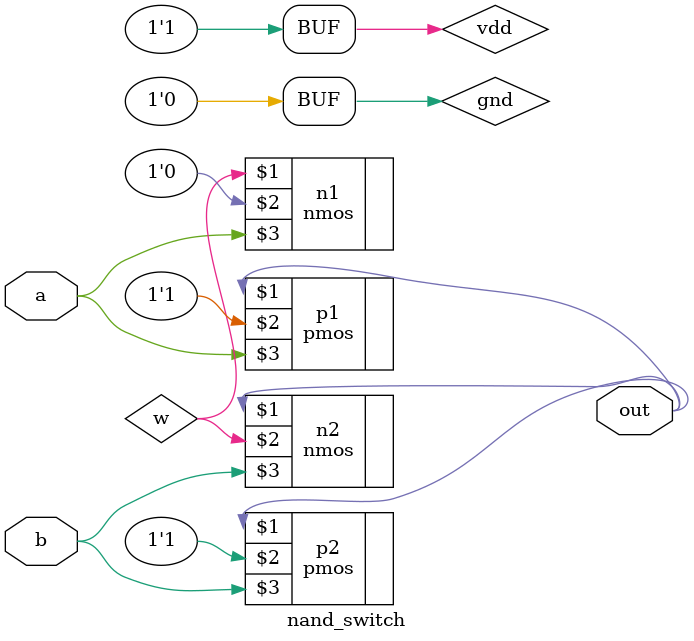
<source format=v>
module nand_switch(
  input a, b,
  output out
);
  supply0 gnd;  
  supply1 vdd;  
  wire w;

  pmos p1(out, vdd, a);
  pmos p2(out, vdd, b);
  nmos n1(w, gnd, a);
  nmos n2(out, w, b);

endmodule


</source>
